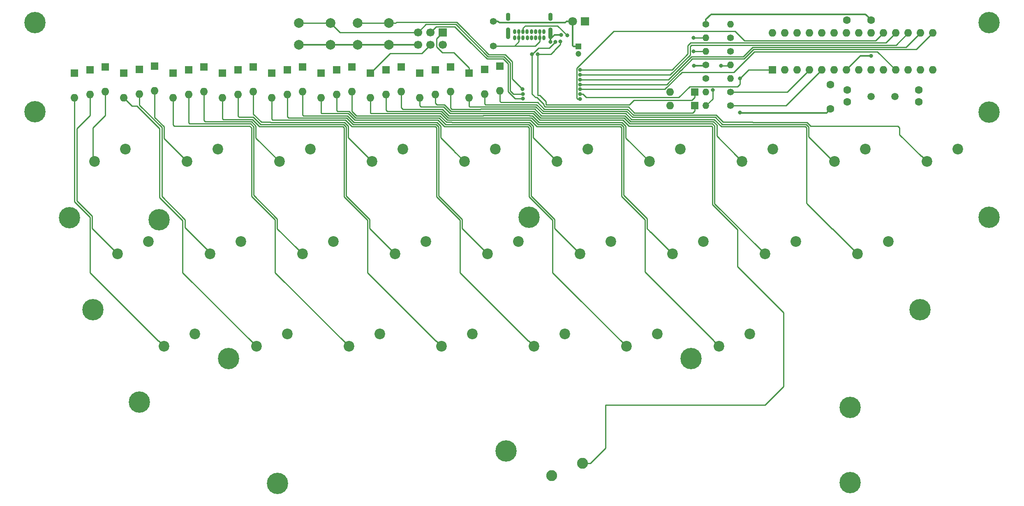
<source format=gtl>
G04 #@! TF.GenerationSoftware,KiCad,Pcbnew,(5.1.5)-3*
G04 #@! TF.CreationDate,2020-11-11T12:05:21-06:00*
G04 #@! TF.ProjectId,masochist,6d61736f-6368-4697-9374-2e6b69636164,rev?*
G04 #@! TF.SameCoordinates,Original*
G04 #@! TF.FileFunction,Copper,L1,Top*
G04 #@! TF.FilePolarity,Positive*
%FSLAX46Y46*%
G04 Gerber Fmt 4.6, Leading zero omitted, Abs format (unit mm)*
G04 Created by KiCad (PCBNEW (5.1.5)-3) date 2020-11-11 12:05:21*
%MOMM*%
%LPD*%
G04 APERTURE LIST*
%ADD10C,4.400000*%
%ADD11C,1.500000*%
%ADD12O,1.600000X1.600000*%
%ADD13R,1.600000X1.600000*%
%ADD14C,2.200000*%
%ADD15C,2.250000*%
%ADD16C,2.000000*%
%ADD17C,1.400000*%
%ADD18O,1.400000X1.400000*%
%ADD19C,1.800000*%
%ADD20R,1.800000X1.800000*%
%ADD21R,1.700000X1.700000*%
%ADD22C,1.700000*%
%ADD23O,0.650000X1.000000*%
%ADD24O,0.900000X2.400000*%
%ADD25O,0.900000X1.700000*%
%ADD26C,1.600000*%
%ADD27R,1.200000X1.200000*%
%ADD28C,1.200000*%
%ADD29C,0.800000*%
%ADD30C,0.250000*%
%ADD31C,0.380000*%
G04 APERTURE END LIST*
D10*
X68834000Y-74930000D03*
X73660000Y-93853000D03*
X83185000Y-112903000D03*
X111633000Y-129667000D03*
X229616000Y-129540000D03*
X229616000Y-114046000D03*
X243967000Y-93853000D03*
X158750000Y-123031250D03*
X61722000Y-53086000D03*
X61722000Y-34671000D03*
X258191000Y-53181250D03*
X258191000Y-34671000D03*
X163449000Y-74803000D03*
X258191000Y-74803000D03*
X196850000Y-103981250D03*
X101600000Y-103981250D03*
X87249000Y-75311000D03*
D11*
X233934000Y-49911000D03*
X238814000Y-49911000D03*
D12*
X213582250Y-36830000D03*
X246602250Y-44450000D03*
X216122250Y-36830000D03*
X244062250Y-44450000D03*
X218662250Y-36830000D03*
X241522250Y-44450000D03*
X221202250Y-36830000D03*
X238982250Y-44450000D03*
X223742250Y-36830000D03*
X236442250Y-44450000D03*
X226282250Y-36830000D03*
X233902250Y-44450000D03*
X228822250Y-36830000D03*
X231362250Y-44450000D03*
X231362250Y-36830000D03*
X228822250Y-44450000D03*
X233902250Y-36830000D03*
X226282250Y-44450000D03*
X236442250Y-36830000D03*
X223742250Y-44450000D03*
X238982250Y-36830000D03*
X221202250Y-44450000D03*
X241522250Y-36830000D03*
X218662250Y-44450000D03*
X244062250Y-36830000D03*
X216122250Y-44450000D03*
X246602250Y-36830000D03*
D13*
X213582250Y-44450000D03*
D14*
X213677500Y-60801250D03*
X207327500Y-63341250D03*
X80327500Y-60801250D03*
X73977500Y-63341250D03*
D15*
X168116250Y-128111250D03*
X174466250Y-125571250D03*
D16*
X128120000Y-39243000D03*
X128120000Y-34743000D03*
X134620000Y-39243000D03*
X134620000Y-34743000D03*
X116055000Y-39243000D03*
X116055000Y-34743000D03*
X122555000Y-39243000D03*
X122555000Y-34743000D03*
D17*
X204978000Y-49022000D03*
D18*
X199898000Y-49022000D03*
X199898000Y-51816000D03*
D17*
X204978000Y-51816000D03*
D18*
X204978000Y-46228000D03*
D17*
X199898000Y-46228000D03*
D18*
X204978000Y-43434000D03*
D17*
X199898000Y-43434000D03*
D18*
X199898000Y-37846000D03*
D17*
X204978000Y-37846000D03*
D18*
X199898000Y-40640000D03*
D17*
X204978000Y-40640000D03*
D18*
X204978000Y-35052000D03*
D17*
X199898000Y-35052000D03*
D19*
X172466000Y-34417000D03*
D20*
X175006000Y-34417000D03*
D14*
X94615000Y-98901250D03*
X88265000Y-101441250D03*
X175577500Y-60801250D03*
X169227500Y-63341250D03*
X113665000Y-98901250D03*
X107315000Y-101441250D03*
X99377500Y-60801250D03*
X93027500Y-63341250D03*
X151765000Y-98901250D03*
X145415000Y-101441250D03*
X194627500Y-60801250D03*
X188277500Y-63341250D03*
X156527500Y-60801250D03*
X150177500Y-63341250D03*
X104140000Y-79851250D03*
X97790000Y-82391250D03*
X137477500Y-60801250D03*
X131127500Y-63341250D03*
X251777500Y-60801250D03*
X245427500Y-63341250D03*
X232727500Y-60801250D03*
X226377500Y-63341250D03*
X189865000Y-98901250D03*
X183515000Y-101441250D03*
X208915000Y-98901250D03*
X202565000Y-101441250D03*
X237490000Y-79851250D03*
X231140000Y-82391250D03*
X218440000Y-79851250D03*
X212090000Y-82391250D03*
X199390000Y-79851250D03*
X193040000Y-82391250D03*
X180340000Y-79851250D03*
X173990000Y-82391250D03*
X161290000Y-79851250D03*
X154940000Y-82391250D03*
X142240000Y-79851250D03*
X135890000Y-82391250D03*
X118427500Y-60801250D03*
X112077500Y-63341250D03*
X123190000Y-79851250D03*
X116840000Y-82391250D03*
X132715000Y-98901250D03*
X126365000Y-101441250D03*
X170815000Y-98901250D03*
X164465000Y-101441250D03*
X85090000Y-79851250D03*
X78740000Y-82391250D03*
D21*
X145669000Y-36703000D03*
D22*
X145669000Y-39243000D03*
X143129000Y-36703000D03*
X143129000Y-39243000D03*
X140589000Y-36703000D03*
X140589000Y-39243000D03*
D23*
X164787500Y-37850000D03*
X166487500Y-37850000D03*
X165637500Y-37850000D03*
X163937500Y-37850000D03*
X163087500Y-37850000D03*
X162237500Y-37850000D03*
X161387500Y-37850000D03*
X160537500Y-37850000D03*
X166487500Y-36525000D03*
X165632500Y-36525000D03*
X164782500Y-36525000D03*
X163932500Y-36525000D03*
X163082500Y-36525000D03*
X162232500Y-36525000D03*
X161382500Y-36525000D03*
X160532500Y-36525000D03*
D24*
X167837500Y-36870000D03*
X159187500Y-36870000D03*
D25*
X167837500Y-33490000D03*
X159187500Y-33490000D03*
D17*
X156083000Y-39507000D03*
X156083000Y-34407000D03*
D12*
X192532000Y-51816000D03*
D13*
X197612000Y-51816000D03*
D12*
X192532000Y-49022000D03*
D13*
X197612000Y-49022000D03*
D12*
X157480000Y-48768000D03*
D13*
X157480000Y-43688000D03*
D12*
X151130000Y-50165000D03*
D13*
X151130000Y-45085000D03*
D12*
X154305000Y-49403000D03*
D13*
X154305000Y-44323000D03*
D12*
X130810000Y-50165000D03*
D13*
X130810000Y-45085000D03*
D12*
X144145000Y-49530000D03*
D13*
X144145000Y-44450000D03*
D12*
X147320000Y-48895000D03*
D13*
X147320000Y-43815000D03*
D12*
X120650000Y-50165000D03*
D13*
X120650000Y-45085000D03*
D12*
X133985000Y-49530000D03*
D13*
X133985000Y-44450000D03*
D12*
X137160000Y-48895000D03*
D13*
X137160000Y-43815000D03*
D12*
X140970000Y-50165000D03*
D13*
X140970000Y-45085000D03*
D12*
X110490000Y-50165000D03*
D13*
X110490000Y-45085000D03*
D12*
X123825000Y-49530000D03*
D13*
X123825000Y-44450000D03*
D12*
X127000000Y-48895000D03*
D13*
X127000000Y-43815000D03*
D12*
X100330000Y-50165000D03*
D13*
X100330000Y-45085000D03*
D12*
X113665000Y-49530000D03*
D13*
X113665000Y-44450000D03*
D12*
X116840000Y-48895000D03*
D13*
X116840000Y-43815000D03*
X90170000Y-45085000D03*
D12*
X90170000Y-50165000D03*
X103505000Y-49530000D03*
D13*
X103505000Y-44450000D03*
D12*
X106680000Y-48895000D03*
D13*
X106680000Y-43815000D03*
D12*
X80010000Y-50165000D03*
D13*
X80010000Y-45085000D03*
X93345000Y-44450000D03*
D12*
X93345000Y-49530000D03*
D13*
X96520000Y-43815000D03*
D12*
X96520000Y-48895000D03*
X69850000Y-50165000D03*
D13*
X69850000Y-45085000D03*
D12*
X83185000Y-49403000D03*
D13*
X83185000Y-44323000D03*
D12*
X86360000Y-48768000D03*
D13*
X86360000Y-43688000D03*
D12*
X73025000Y-49530000D03*
D13*
X73025000Y-44450000D03*
D12*
X76200000Y-48895000D03*
D13*
X76200000Y-43815000D03*
D26*
X228934000Y-34163000D03*
X233934000Y-34163000D03*
X225552000Y-52498000D03*
X225552000Y-47498000D03*
D27*
X173609000Y-39624000D03*
D28*
X173609000Y-41124000D03*
D26*
X243713000Y-48554000D03*
X243713000Y-51054000D03*
X228981000Y-48554000D03*
X228981000Y-51054000D03*
D29*
X206883000Y-53213000D03*
X167844347Y-38645000D03*
X170053000Y-37211000D03*
X233934000Y-41529000D03*
X197395000Y-43561000D03*
X173990000Y-44450000D03*
X173990000Y-45450003D03*
X173990000Y-47450009D03*
X173990000Y-46450006D03*
X169926000Y-38608000D03*
X165227000Y-41239990D03*
X201295000Y-48604000D03*
X203045000Y-43561000D03*
X168910000Y-38645000D03*
X164084000Y-41239990D03*
X197358000Y-40640000D03*
X171323000Y-37338000D03*
X197358000Y-37846000D03*
X162179000Y-50403003D03*
X173990000Y-50450018D03*
X206883000Y-46228000D03*
X162179000Y-49403000D03*
X173990000Y-49450015D03*
X162147153Y-48400587D03*
X173990000Y-48450012D03*
D30*
X231362250Y-44450000D02*
X231394000Y-44450000D01*
D31*
X116055000Y-39243000D02*
X122555000Y-39243000D01*
X123969213Y-39243000D02*
X128120000Y-39243000D01*
X122555000Y-39243000D02*
X123969213Y-39243000D01*
X129534213Y-39243000D02*
X134620000Y-39243000D01*
X128120000Y-39243000D02*
X129534213Y-39243000D01*
X136034213Y-39243000D02*
X140589000Y-39243000D01*
X134620000Y-39243000D02*
X136034213Y-39243000D01*
X225552000Y-52498000D02*
X224752001Y-53297999D01*
X206967999Y-53297999D02*
X206883000Y-53213000D01*
X224752001Y-53297999D02*
X206967999Y-53297999D01*
X168712662Y-37211000D02*
X170053000Y-37211000D01*
X167844347Y-38645000D02*
X167844347Y-38079315D01*
X167844347Y-38079315D02*
X168712662Y-37211000D01*
X171193208Y-34417000D02*
X172466000Y-34417000D01*
X157395959Y-34730010D02*
X170880198Y-34730010D01*
X157072949Y-34407000D02*
X157395959Y-34730010D01*
X170880198Y-34730010D02*
X171193208Y-34417000D01*
X156083000Y-34407000D02*
X157072949Y-34407000D01*
X172629000Y-39624000D02*
X173609000Y-39624000D01*
X172466000Y-39461000D02*
X172629000Y-39624000D01*
X172466000Y-34417000D02*
X172466000Y-39461000D01*
X228822250Y-44450000D02*
X231743250Y-41529000D01*
X231743250Y-41529000D02*
X233934000Y-41529000D01*
X200987052Y-32972999D02*
X232743999Y-32972999D01*
X233134001Y-33363001D02*
X233934000Y-34163000D01*
X199898000Y-34062051D02*
X200987052Y-32972999D01*
X232743999Y-32972999D02*
X233134001Y-33363001D01*
X199898000Y-35052000D02*
X199898000Y-34062051D01*
X199771000Y-43561000D02*
X199898000Y-43434000D01*
X197395000Y-43561000D02*
X199771000Y-43561000D01*
D30*
X73660000Y-56388000D02*
X73660000Y-63023750D01*
X73660000Y-63023750D02*
X73977500Y-63341250D01*
X76200000Y-49530000D02*
X76200000Y-53848000D01*
X76200000Y-53848000D02*
X73660000Y-56388000D01*
X236941249Y-38871001D02*
X238982250Y-36830000D01*
X198999999Y-38871001D02*
X236941249Y-38871001D01*
X198999999Y-38871001D02*
X196850000Y-38871001D01*
X196850000Y-38871001D02*
X196850000Y-38862000D01*
X196182989Y-41160369D02*
X192893358Y-44450000D01*
X192893358Y-44450000D02*
X173990000Y-44450000D01*
X196182989Y-39400601D02*
X196182989Y-41160369D01*
X196850000Y-38871001D02*
X196712588Y-38871002D01*
X196712588Y-38871002D02*
X196182989Y-39400601D01*
X73025000Y-53848000D02*
X73025000Y-50165000D01*
X77640001Y-81291251D02*
X77608251Y-81291251D01*
X78740000Y-82391250D02*
X77640001Y-81291251D01*
X73475010Y-77158010D02*
X73475009Y-74616599D01*
X77608251Y-81291251D02*
X73475010Y-77158010D01*
X73475009Y-74616599D02*
X70300010Y-71441600D01*
X70300010Y-56572990D02*
X73025000Y-53848000D01*
X70300010Y-71441600D02*
X70300010Y-56572990D01*
X151130000Y-44035000D02*
X147989000Y-40894000D01*
X151130000Y-45085000D02*
X151130000Y-44035000D01*
X145580998Y-40894000D02*
X144399000Y-39712002D01*
X147989000Y-40894000D02*
X145580998Y-40894000D01*
X144399000Y-39712002D02*
X144399000Y-37973000D01*
X144399000Y-37973000D02*
X145669000Y-36703000D01*
X199186399Y-39321011D02*
X199214011Y-39321011D01*
X239031239Y-39321011D02*
X241522250Y-36830000D01*
X199186399Y-39321011D02*
X239031239Y-39321011D01*
X199186399Y-39321011D02*
X196898989Y-39321011D01*
X173990000Y-45450003D02*
X192529765Y-45450003D01*
X196632999Y-39587001D02*
X196632999Y-41346769D01*
X196898989Y-39321011D02*
X196632999Y-39587001D01*
X196632999Y-41346769D02*
X192529765Y-45450003D01*
X88276020Y-58589770D02*
X88276020Y-56399020D01*
X86360000Y-54226180D02*
X86360000Y-49403000D01*
X93027500Y-63341250D02*
X88276020Y-58589770D01*
X88276020Y-56399020D02*
X88276018Y-56399018D01*
X88276018Y-56399018D02*
X88276018Y-56142198D01*
X88276018Y-56142198D02*
X86360000Y-54226180D01*
X87826009Y-56328599D02*
X83185000Y-51687590D01*
X98012250Y-82391250D02*
X92583000Y-76962000D01*
X92583000Y-75309590D02*
X87826010Y-70552600D01*
X97790000Y-82391250D02*
X98012250Y-82391250D01*
X92583000Y-76962000D02*
X92583000Y-75309590D01*
X87826010Y-70552600D02*
X87826009Y-56328599D01*
X83185000Y-51687590D02*
X83185000Y-49403000D01*
X69850000Y-71628000D02*
X69850000Y-50165000D01*
X88265000Y-101441250D02*
X87165001Y-100341251D01*
X87133251Y-100341251D02*
X73025000Y-86233000D01*
X73025000Y-74803000D02*
X69850000Y-71628000D01*
X87165001Y-100341251D02*
X87133251Y-100341251D01*
X73025000Y-86233000D02*
X73025000Y-74803000D01*
X141351000Y-41021000D02*
X143129000Y-39243000D01*
X130810000Y-45085000D02*
X134874000Y-41021000D01*
X134874000Y-41021000D02*
X141351000Y-41021000D01*
X207772000Y-42164000D02*
X209714969Y-40221031D01*
X191802579Y-47450009D02*
X194744597Y-44507991D01*
X197104000Y-42164000D02*
X207772000Y-42164000D01*
X173990000Y-47450009D02*
X191802579Y-47450009D01*
X209714969Y-40221031D02*
X243211219Y-40221031D01*
X194760009Y-44507991D02*
X197104000Y-42164000D01*
X243211219Y-40221031D02*
X246602250Y-36830000D01*
X194744597Y-44507991D02*
X194760009Y-44507991D01*
X96520000Y-54864000D02*
X96520000Y-49530000D01*
X107199020Y-58462770D02*
X107199020Y-56015200D01*
X112077500Y-63341250D02*
X107199020Y-58462770D01*
X107199020Y-56015200D02*
X106290800Y-55106980D01*
X106290800Y-55106980D02*
X96762980Y-55106980D01*
X96762980Y-55106980D02*
X96520000Y-54864000D01*
X106104400Y-55556990D02*
X93529990Y-55556990D01*
X106749010Y-70298600D02*
X106749009Y-56201599D01*
X111606760Y-77189760D02*
X111606759Y-75156349D01*
X93345000Y-55372000D02*
X93345000Y-50165000D01*
X116840000Y-82391250D02*
X115740001Y-81291251D01*
X93529990Y-55556990D02*
X93345000Y-55372000D01*
X106749009Y-56201599D02*
X106104400Y-55556990D01*
X111606759Y-75156349D02*
X106749010Y-70298600D01*
X115740001Y-81291251D02*
X115708251Y-81291251D01*
X115708251Y-81291251D02*
X111606760Y-77189760D01*
X92106750Y-86233000D02*
X92106750Y-75469750D01*
X107315000Y-101441250D02*
X92106750Y-86233000D01*
X92106750Y-75469750D02*
X87376000Y-70739000D01*
X87376000Y-70739000D02*
X87376000Y-56515000D01*
X87376000Y-56515000D02*
X82734991Y-51873991D01*
X81718991Y-51873991D02*
X80010000Y-50165000D01*
X82734991Y-51873991D02*
X81718991Y-51873991D01*
X106680000Y-53586950D02*
X106680000Y-49530000D01*
X110223570Y-55229750D02*
X108322800Y-55229750D01*
X125467800Y-55233980D02*
X110227800Y-55233980D01*
X108322800Y-55229750D02*
X106680000Y-53586950D01*
X130027501Y-62209501D02*
X126249020Y-58431020D01*
X110227800Y-55233980D02*
X110223570Y-55229750D01*
X126249020Y-58431020D02*
X126249020Y-56015200D01*
X130027501Y-62241251D02*
X130027501Y-62209501D01*
X131127500Y-63341250D02*
X130027501Y-62241251D01*
X126249020Y-56015200D02*
X125467800Y-55233980D01*
X103505000Y-53975000D02*
X103505000Y-50165000D01*
X106663601Y-54206961D02*
X103736961Y-54206961D01*
X130625009Y-75251599D02*
X125799010Y-70425600D01*
X135890000Y-82391250D02*
X130714750Y-77216000D01*
X130625010Y-77158010D02*
X130625009Y-75251599D01*
X110041400Y-55683990D02*
X110037170Y-55679760D01*
X130683000Y-77216000D02*
X130625010Y-77158010D01*
X130714750Y-77216000D02*
X130683000Y-77216000D01*
X103736961Y-54206961D02*
X103505000Y-53975000D01*
X125799010Y-70425600D02*
X125799009Y-56201599D01*
X125281400Y-55683990D02*
X110041400Y-55683990D01*
X110037170Y-55679760D02*
X108136400Y-55679760D01*
X125799009Y-56201599D02*
X125281400Y-55683990D01*
X108136400Y-55679760D02*
X106663601Y-54206961D01*
X90170000Y-55753000D02*
X90170000Y-50800000D01*
X90424000Y-56007000D02*
X90170000Y-55753000D01*
X105918000Y-56007000D02*
X90424000Y-56007000D01*
X111156750Y-86233000D02*
X111156750Y-75342750D01*
X126365000Y-101441250D02*
X111156750Y-86233000D01*
X111156750Y-75342750D02*
X106299000Y-70485000D01*
X106299000Y-70485000D02*
X106299000Y-56388000D01*
X106299000Y-56388000D02*
X105918000Y-56007000D01*
X116840000Y-53721000D02*
X116840000Y-49530000D01*
X145299020Y-58431020D02*
X145299020Y-56015200D01*
X148082000Y-61214000D02*
X145299020Y-58431020D01*
X117002951Y-53883951D02*
X116840000Y-53721000D01*
X150177500Y-63341250D02*
X148082000Y-61245750D01*
X123884400Y-53883951D02*
X117002951Y-53883951D01*
X145299020Y-56015200D02*
X144517800Y-55233980D01*
X148082000Y-61245750D02*
X148082000Y-61214000D01*
X144517800Y-55233980D02*
X127377028Y-55233980D01*
X127377028Y-55233980D02*
X126026999Y-53883953D01*
X126026999Y-53883953D02*
X123884402Y-53883953D01*
X123884402Y-53883953D02*
X123884400Y-53883951D01*
X113665000Y-54102000D02*
X113665000Y-50165000D01*
X113896961Y-54333961D02*
X113665000Y-54102000D01*
X123698000Y-54333961D02*
X113896961Y-54333961D01*
X125840600Y-54333962D02*
X123698000Y-54333961D01*
X127190630Y-55683990D02*
X125840600Y-54333962D01*
X144331400Y-55683990D02*
X127190630Y-55683990D01*
X149675010Y-77126260D02*
X149675009Y-75251599D01*
X154940000Y-82391250D02*
X149675010Y-77126260D01*
X149675009Y-75251599D02*
X144849010Y-70425600D01*
X144849010Y-70425600D02*
X144849009Y-56201599D01*
X144849009Y-56201599D02*
X144331400Y-55683990D01*
X100330000Y-50800000D02*
X100330000Y-54102000D01*
X100330000Y-54102000D02*
X100330000Y-54483000D01*
X100330000Y-54483000D02*
X100503970Y-54656970D01*
X100503970Y-54656970D02*
X102743000Y-54656970D01*
X102743000Y-54656970D02*
X106477201Y-54656971D01*
X106477201Y-54656971D02*
X106472971Y-54656971D01*
X144315001Y-100341251D02*
X145415000Y-101441250D01*
X144283251Y-100341251D02*
X144315001Y-100341251D01*
X130175000Y-86233000D02*
X144283251Y-100341251D01*
X125349000Y-70612000D02*
X130175000Y-75438000D01*
X130175000Y-75438000D02*
X130175000Y-86233000D01*
X107950000Y-56129770D02*
X109850770Y-56129770D01*
X125349000Y-56388000D02*
X125349000Y-70612000D01*
X125095000Y-56134000D02*
X125349000Y-56388000D01*
X106477201Y-54656971D02*
X107950000Y-56129770D01*
X109850770Y-56129770D02*
X109855000Y-56134000D01*
X109855000Y-56134000D02*
X125095000Y-56134000D01*
X127000000Y-52947724D02*
X127000000Y-49530000D01*
X164349020Y-58431020D02*
X164349020Y-56015200D01*
X164349020Y-56015200D02*
X163567800Y-55233980D01*
X169227500Y-63341250D02*
X168127501Y-62241251D01*
X168127501Y-62241251D02*
X168127501Y-62209501D01*
X147561570Y-55229750D02*
X146422798Y-55229750D01*
X163567800Y-55233980D02*
X147565800Y-55233980D01*
X146422798Y-55229750D02*
X145076996Y-53883951D01*
X168127501Y-62209501D02*
X164349020Y-58431020D01*
X145076996Y-53883951D02*
X127936227Y-53883951D01*
X147565800Y-55233980D02*
X147561570Y-55229750D01*
X127936227Y-53883951D02*
X127000000Y-52947724D01*
X123825000Y-52832000D02*
X123825000Y-50165000D01*
X123976931Y-52983931D02*
X123825000Y-52832000D01*
X126399797Y-52983931D02*
X123976931Y-52983931D01*
X127749827Y-54333961D02*
X126399797Y-52983931D01*
X163899009Y-56201599D02*
X163381400Y-55683990D01*
X146236400Y-55679760D02*
X144890600Y-54333962D01*
X163899010Y-70425600D02*
X163899009Y-56201599D01*
X173990000Y-82391250D02*
X168725010Y-77126260D01*
X163381400Y-55683990D02*
X147379400Y-55683990D01*
X168725009Y-75251599D02*
X163899010Y-70425600D01*
X147379400Y-55683990D02*
X147375170Y-55679760D01*
X168725010Y-77126260D02*
X168725009Y-75251599D01*
X144890600Y-54333962D02*
X144018000Y-54333961D01*
X147375170Y-55679760D02*
X146236400Y-55679760D01*
X144018000Y-54333961D02*
X127749827Y-54333961D01*
X163365001Y-100341251D02*
X164465000Y-101441250D01*
X149225000Y-86233000D02*
X163333251Y-100341251D01*
X110663970Y-54783970D02*
X125654201Y-54783971D01*
X110490000Y-54610000D02*
X110663970Y-54783970D01*
X126873000Y-56007000D02*
X127000000Y-56134000D01*
X163333251Y-100341251D02*
X163365001Y-100341251D01*
X127000000Y-56134000D02*
X144145000Y-56134000D01*
X144145000Y-56134000D02*
X144399000Y-56388000D01*
X110490000Y-50800000D02*
X110490000Y-54610000D01*
X144399000Y-56388000D02*
X144399000Y-70612000D01*
X126873000Y-56002770D02*
X126873000Y-56007000D01*
X144399000Y-70612000D02*
X149225000Y-75438000D01*
X125654201Y-54783971D02*
X126873000Y-56002770D01*
X149225000Y-75438000D02*
X149225000Y-86233000D01*
X184780770Y-56002770D02*
X184785000Y-56007000D01*
X184023000Y-56002770D02*
X184780770Y-56002770D01*
X165663427Y-54783970D02*
X182804201Y-54783971D01*
X163762400Y-53397990D02*
X163798353Y-53433943D01*
X140970000Y-51816000D02*
X141237911Y-52083911D01*
X145822597Y-52083912D02*
X147168395Y-53429710D01*
X164313400Y-53433943D02*
X165663427Y-54783970D01*
X163798353Y-53433943D02*
X164313400Y-53433943D01*
X153864600Y-53397990D02*
X163762400Y-53397990D01*
X140970000Y-50165000D02*
X140970000Y-51816000D01*
X148425710Y-53429710D02*
X148429942Y-53433942D01*
X184785000Y-56007000D02*
X184658000Y-56007000D01*
X182804201Y-54783971D02*
X184023000Y-56002770D01*
X147168395Y-53429710D02*
X148425710Y-53429710D01*
X141237911Y-52083911D02*
X145822597Y-52083912D01*
X148429942Y-53433942D02*
X153828648Y-53433942D01*
X153828648Y-53433942D02*
X153864600Y-53397990D01*
X199517000Y-56007000D02*
X184785000Y-56007000D01*
X201041000Y-56007000D02*
X199517000Y-56007000D01*
X212090000Y-113538000D02*
X215900000Y-109728000D01*
X201225990Y-56191990D02*
X201041000Y-56007000D01*
X179200490Y-122428000D02*
X179200490Y-113538000D01*
X176057240Y-125571250D02*
X179200490Y-122428000D01*
X174466250Y-125571250D02*
X176057240Y-125571250D01*
X215900000Y-94488000D02*
X206375000Y-84963000D01*
X179200490Y-113538000D02*
X212090000Y-113538000D01*
X206375000Y-84963000D02*
X206375000Y-77344410D01*
X215900000Y-109728000D02*
X215900000Y-94488000D01*
X201225990Y-72195400D02*
X201225990Y-56191990D01*
X206375000Y-77344410D02*
X201225990Y-72195400D01*
X192166172Y-46450006D02*
X173990000Y-46450006D01*
X241121229Y-39771021D02*
X209528569Y-39771021D01*
X244062250Y-36830000D02*
X241121229Y-39771021D01*
X207585600Y-41713990D02*
X196902188Y-41713990D01*
X209528569Y-39771021D02*
X207585600Y-41713990D01*
X196902188Y-41713990D02*
X192166172Y-46450006D01*
X188277500Y-63341250D02*
X183399020Y-58462770D01*
X183399020Y-58462770D02*
X183399020Y-56503980D01*
X183399020Y-56503980D02*
X183399020Y-56388000D01*
X137160000Y-52197000D02*
X137160000Y-49530000D01*
X137496921Y-52533921D02*
X137160000Y-52197000D01*
X145636196Y-52533921D02*
X137496921Y-52533921D01*
X146981995Y-53879720D02*
X145636196Y-52533921D01*
X165477029Y-55233980D02*
X164127000Y-53883953D01*
X148120770Y-53879720D02*
X146981995Y-53879720D01*
X182617800Y-55233980D02*
X165477029Y-55233980D01*
X148125002Y-53883952D02*
X148120770Y-53879720D01*
X164127000Y-53883953D02*
X163611953Y-53883953D01*
X183399020Y-56503980D02*
X183399020Y-56015200D01*
X183399020Y-56015200D02*
X182617800Y-55233980D01*
X163576000Y-53848000D02*
X154051000Y-53848000D01*
X163611953Y-53883953D02*
X163576000Y-53848000D01*
X154051000Y-53848000D02*
X154015048Y-53883952D01*
X154015048Y-53883952D02*
X148125002Y-53883952D01*
X134263931Y-52983931D02*
X133985000Y-52705000D01*
X145449796Y-52983931D02*
X134263931Y-52983931D01*
X146795595Y-54329730D02*
X145449796Y-52983931D01*
X147934370Y-54329730D02*
X146795595Y-54329730D01*
X187775009Y-75124599D02*
X182949010Y-70298600D01*
X133985000Y-52705000D02*
X133985000Y-50165000D01*
X188499750Y-77851000D02*
X188468000Y-77851000D01*
X188468000Y-77851000D02*
X187775010Y-77158010D01*
X187775010Y-77158010D02*
X187775009Y-75124599D01*
X147938602Y-54333962D02*
X147934370Y-54329730D01*
X193040000Y-82391250D02*
X188499750Y-77851000D01*
X182431400Y-55683990D02*
X165290630Y-55683990D01*
X182949010Y-70298600D02*
X182949009Y-56201599D01*
X182949009Y-56201599D02*
X182431400Y-55683990D01*
X165290630Y-55683990D02*
X163940600Y-54333962D01*
X163940600Y-54333962D02*
X147938602Y-54333962D01*
X168275000Y-75438000D02*
X168275000Y-86233000D01*
X163449000Y-70612000D02*
X168275000Y-75438000D01*
X127563426Y-54783970D02*
X144704201Y-54783971D01*
X172878750Y-90805000D02*
X183515000Y-101441250D01*
X126213397Y-53433941D02*
X127563426Y-54783970D01*
X147188770Y-56129770D02*
X147193000Y-56134000D01*
X120743941Y-53433941D02*
X126213397Y-53433941D01*
X172847000Y-90805000D02*
X172878750Y-90805000D01*
X120650000Y-50800000D02*
X120650000Y-53340000D01*
X120650000Y-53340000D02*
X120743941Y-53433941D01*
X147193000Y-56134000D02*
X163195000Y-56134000D01*
X144704201Y-54783971D02*
X146050000Y-56129770D01*
X163195000Y-56134000D02*
X163449000Y-56388000D01*
X146050000Y-56129770D02*
X147188770Y-56129770D01*
X168275000Y-86233000D02*
X172847000Y-90805000D01*
X163449000Y-56388000D02*
X163449000Y-70612000D01*
X147541195Y-52529690D02*
X147320000Y-52308495D01*
X153460080Y-52529690D02*
X147541195Y-52529690D01*
X153491800Y-52497970D02*
X153460080Y-52529690D01*
X147320000Y-52308495D02*
X147320000Y-48895000D01*
X164650247Y-52497970D02*
X153491800Y-52497970D01*
X166036230Y-53883953D02*
X164650247Y-52497970D01*
X183177001Y-53883953D02*
X166036230Y-53883953D01*
X207327500Y-63341250D02*
X206227501Y-62241251D01*
X202126010Y-58108010D02*
X202126009Y-55819189D01*
X206227501Y-62241251D02*
X206227501Y-62209501D01*
X201413800Y-55106982D02*
X199390000Y-55106981D01*
X199390000Y-55106981D02*
X185283391Y-55106981D01*
X202126009Y-55819189D02*
X201413800Y-55106982D01*
X184395800Y-55102750D02*
X183177001Y-53883953D01*
X185283391Y-55106981D02*
X185279160Y-55102750D01*
X206227501Y-62209501D02*
X202126010Y-58108010D01*
X185279160Y-55102750D02*
X184395800Y-55102750D01*
X201676000Y-72009000D02*
X210958251Y-81291251D01*
X201227401Y-55556991D02*
X201676000Y-56005590D01*
X185096990Y-55556990D02*
X201227401Y-55556991D01*
X201676000Y-56005590D02*
X201676000Y-72009000D01*
X185092760Y-55552760D02*
X185096990Y-55556990D01*
X146008998Y-51633903D02*
X147354795Y-52979700D01*
X210958251Y-81291251D02*
X210990001Y-81291251D01*
X165849828Y-54333961D02*
X182990602Y-54333962D01*
X147354795Y-52979700D02*
X153646480Y-52979700D01*
X144526000Y-51633902D02*
X146008998Y-51633903D01*
X210990001Y-81291251D02*
X212090000Y-82391250D01*
X144145000Y-51252902D02*
X144526000Y-51633902D01*
X144145000Y-49530000D02*
X144145000Y-51252902D01*
X182990602Y-54333962D02*
X184209400Y-55552760D01*
X153646480Y-52979700D02*
X153678200Y-52947980D01*
X164463847Y-52947980D02*
X165849828Y-54333961D01*
X184209400Y-55552760D02*
X185092760Y-55552760D01*
X153678200Y-52947980D02*
X164463847Y-52947980D01*
X187325000Y-86106000D02*
X201465001Y-100246001D01*
X182499000Y-70485000D02*
X187325000Y-75311000D01*
X182499000Y-56388000D02*
X182499000Y-70485000D01*
X145263396Y-53433941D02*
X146609196Y-54779740D01*
X164799029Y-55828799D02*
X164799029Y-55833029D01*
X201465001Y-100341251D02*
X202565000Y-101441250D01*
X130903941Y-53433941D02*
X145263396Y-53433941D01*
X130810000Y-50800000D02*
X130810000Y-53340000D01*
X146609196Y-54779740D02*
X147747970Y-54779740D01*
X164799029Y-55833029D02*
X165100000Y-56134000D01*
X201465001Y-100246001D02*
X201465001Y-100341251D01*
X130810000Y-53340000D02*
X130903941Y-53433941D01*
X187325000Y-75311000D02*
X187325000Y-86106000D01*
X182245000Y-56134000D02*
X182499000Y-56388000D01*
X147747970Y-54779740D02*
X147752200Y-54783970D01*
X147752200Y-54783970D02*
X163754201Y-54783971D01*
X163754201Y-54783971D02*
X164799029Y-55828799D01*
X165100000Y-56134000D02*
X182245000Y-56134000D01*
X154305000Y-51435000D02*
X154305000Y-49403000D01*
X154467952Y-51597952D02*
X154305000Y-51435000D01*
X165023047Y-51597952D02*
X154467952Y-51597952D01*
X184768598Y-54202730D02*
X183549801Y-52983933D01*
X221049009Y-56201599D02*
X220531400Y-55683990D01*
X226377500Y-63341250D02*
X226155250Y-63341250D01*
X226155250Y-63341250D02*
X221049010Y-58235010D01*
X220531400Y-55683990D02*
X204529400Y-55683990D01*
X204529400Y-55683990D02*
X204525174Y-55679764D01*
X201786599Y-54206964D02*
X197972374Y-54206964D01*
X166409030Y-52983933D02*
X165023047Y-51597952D01*
X221049010Y-58235010D02*
X221049009Y-56201599D01*
X204525174Y-55679764D02*
X203259401Y-55679764D01*
X183549801Y-52983933D02*
X166409030Y-52983933D01*
X203259401Y-55679764D02*
X201786599Y-54206964D01*
X197972374Y-54206964D02*
X197968140Y-54202730D01*
X197968140Y-54202730D02*
X184768598Y-54202730D01*
X231140000Y-82391250D02*
X225933000Y-77184250D01*
X225933000Y-77184250D02*
X225901250Y-77184250D01*
X225901250Y-77184250D02*
X220726000Y-72009000D01*
X220726000Y-72009000D02*
X220599000Y-71882000D01*
X220599000Y-71882000D02*
X220599000Y-56388000D01*
X220599000Y-56388000D02*
X220345000Y-56134000D01*
X220345000Y-56134000D02*
X219329000Y-56134000D01*
X204338773Y-56129773D02*
X204343000Y-56134000D01*
X203073000Y-56129773D02*
X204338773Y-56129773D01*
X201600200Y-54656973D02*
X203073000Y-56129773D01*
X197785971Y-54656971D02*
X201600200Y-54656973D01*
X197781740Y-54652740D02*
X197785971Y-54656971D01*
X151266680Y-52079680D02*
X153273680Y-52079680D01*
X153305400Y-52047960D02*
X164836648Y-52047961D01*
X204343000Y-56134000D02*
X204216000Y-56134000D01*
X164836648Y-52047961D02*
X166222630Y-53433943D01*
X151130000Y-51943000D02*
X151266680Y-52079680D01*
X183363401Y-53433943D02*
X184582198Y-54652740D01*
X151130000Y-50165000D02*
X151130000Y-51943000D01*
X166222630Y-53433943D02*
X183363401Y-53433943D01*
X153273680Y-52079680D02*
X153305400Y-52047960D01*
X219329000Y-56134000D02*
X204343000Y-56134000D01*
X184582198Y-54652740D02*
X197781740Y-54652740D01*
X239776000Y-56388000D02*
X239776000Y-57785000D01*
X220717801Y-55233981D02*
X221499018Y-56015198D01*
X209538980Y-55233980D02*
X220717801Y-55233981D01*
X209534754Y-55229754D02*
X209538980Y-55233980D01*
X165209447Y-51147942D02*
X166595428Y-52533923D01*
X183736202Y-52533924D02*
X184954998Y-53752720D01*
X239403198Y-56015198D02*
X239776000Y-56388000D01*
X157700942Y-51147942D02*
X165209447Y-51147942D01*
X157480000Y-48768000D02*
X157480000Y-50927000D01*
X199929720Y-53752720D02*
X199933954Y-53756954D01*
X221499018Y-56015198D02*
X239403198Y-56015198D01*
X166595428Y-52533923D02*
X183736202Y-52533924D01*
X199933954Y-53756954D02*
X201972999Y-53756954D01*
X244232251Y-62241251D02*
X244327501Y-62241251D01*
X244327501Y-62241251D02*
X245427500Y-63341250D01*
X203445799Y-55229754D02*
X209534754Y-55229754D01*
X239776000Y-57785000D02*
X244232251Y-62241251D01*
X184954998Y-53752720D02*
X199929720Y-53752720D01*
X201972999Y-53756954D02*
X203445799Y-55229754D01*
X157480000Y-50927000D02*
X157700942Y-51147942D01*
X197612000Y-50072000D02*
X197612000Y-49022000D01*
X196993001Y-50690999D02*
X197612000Y-50072000D01*
X185051911Y-50690999D02*
X196993001Y-50690999D01*
X166968230Y-51633905D02*
X184109004Y-51633906D01*
X184109004Y-51633906D02*
X185051911Y-50690999D01*
X169926000Y-39173685D02*
X168713685Y-40386000D01*
X169926000Y-38608000D02*
X169926000Y-39173685D01*
X165227000Y-41239990D02*
X165227000Y-49657000D01*
X168713685Y-40386000D02*
X168713685Y-40455315D01*
X167929010Y-41239990D02*
X165227000Y-41239990D01*
X168713685Y-40455315D02*
X167929010Y-41239990D01*
X166968230Y-51633905D02*
X166968230Y-50963770D01*
X165661460Y-49657000D02*
X165227000Y-49657000D01*
X166968230Y-50963770D02*
X165661460Y-49657000D01*
X199898000Y-51816000D02*
X199898000Y-51689000D01*
X199898000Y-51816000D02*
X201295000Y-50419000D01*
X201295000Y-50419000D02*
X201295000Y-48604000D01*
X204851000Y-43561000D02*
X204978000Y-43434000D01*
X203045000Y-43561000D02*
X204851000Y-43561000D01*
X164483999Y-40839991D02*
X164084000Y-41239990D01*
X165376980Y-39947010D02*
X164483999Y-40839991D01*
X167607990Y-39947010D02*
X165376980Y-39947010D01*
X168910000Y-38645000D02*
X167607990Y-39947010D01*
X164084000Y-41805675D02*
X164084000Y-41239990D01*
X185141398Y-53302710D02*
X183922603Y-52083915D01*
X166781829Y-52083914D02*
X166497000Y-51799085D01*
X197175290Y-53302710D02*
X185141398Y-53302710D01*
X165042010Y-50107010D02*
X164788010Y-50107010D01*
X183922603Y-52083915D02*
X166781829Y-52083914D01*
X166497000Y-51799085D02*
X166497000Y-51562000D01*
X197612000Y-52866000D02*
X197175290Y-53302710D01*
X197612000Y-51816000D02*
X197612000Y-52866000D01*
X166497000Y-51562000D02*
X165042010Y-50107010D01*
X164788010Y-50107010D02*
X164084000Y-49403000D01*
X164084000Y-49403000D02*
X164084000Y-41805675D01*
X157072949Y-39507000D02*
X157082949Y-39497000D01*
X156083000Y-39507000D02*
X157072949Y-39507000D01*
X161387500Y-38600000D02*
X161387500Y-37850000D01*
X160490500Y-39497000D02*
X161387500Y-38600000D01*
X161382500Y-37845000D02*
X161387500Y-37850000D01*
X161382500Y-36525000D02*
X161382500Y-37845000D01*
X165632500Y-37845000D02*
X165637500Y-37850000D01*
X165632500Y-36525000D02*
X165632500Y-37845000D01*
X164740500Y-39497000D02*
X160528000Y-39497000D01*
X165637500Y-38600000D02*
X164740500Y-39497000D01*
X165637500Y-37850000D02*
X165637500Y-38600000D01*
X157082949Y-39497000D02*
X160528000Y-39497000D01*
X160528000Y-39497000D02*
X160490500Y-39497000D01*
X197358000Y-40640000D02*
X199898000Y-40640000D01*
X169329990Y-35344990D02*
X171323000Y-37338000D01*
X162662510Y-35344990D02*
X169329990Y-35344990D01*
X162232500Y-36525000D02*
X162232500Y-35775000D01*
X162232500Y-35775000D02*
X162662510Y-35344990D01*
X197923685Y-37846000D02*
X199898000Y-37846000D01*
X197358000Y-37846000D02*
X197923685Y-37846000D01*
X144304001Y-35527999D02*
X148176999Y-35527999D01*
X143129000Y-36703000D02*
X144304001Y-35527999D01*
X148176999Y-35527999D02*
X151130000Y-38481000D01*
X151130000Y-38481000D02*
X154813000Y-42164000D01*
X158141002Y-42164000D02*
X159131000Y-43153998D01*
X154813000Y-42164000D02*
X158141002Y-42164000D01*
X159131000Y-43153998D02*
X159131000Y-48768000D01*
X160579603Y-50403003D02*
X162179000Y-50403003D01*
X159131000Y-48768000D02*
X159131001Y-48954401D01*
X159131001Y-48954401D02*
X160579603Y-50403003D01*
X173424315Y-50450018D02*
X173990000Y-50450018D01*
X173264999Y-44101999D02*
X173264999Y-50290702D01*
X173264999Y-50290702D02*
X173424315Y-50450018D01*
X234851259Y-38420991D02*
X207838991Y-38420991D01*
X236442250Y-36830000D02*
X234851259Y-38420991D01*
X207838991Y-38420991D02*
X205867000Y-36449000D01*
X205867000Y-36449000D02*
X180917998Y-36449000D01*
X180917998Y-36449000D02*
X173264999Y-44101999D01*
X117469213Y-34743000D02*
X122555000Y-34743000D01*
X116055000Y-34743000D02*
X117469213Y-34743000D01*
X122555000Y-34743000D02*
X124515000Y-36703000D01*
X124515000Y-36703000D02*
X140589000Y-36703000D01*
X208661000Y-44450000D02*
X213582250Y-44450000D01*
X206883000Y-46228000D02*
X208661000Y-44450000D01*
X142214011Y-35077989D02*
X148363399Y-35077989D01*
X140589000Y-36703000D02*
X142214011Y-35077989D01*
X148363399Y-35077989D02*
X148363399Y-35079399D01*
X148363399Y-35077989D02*
X154999400Y-41713990D01*
X158327403Y-41713991D02*
X159581010Y-42967598D01*
X154999400Y-41713990D02*
X158327403Y-41713991D01*
X159581010Y-42967598D02*
X159581010Y-48768000D01*
X159581010Y-48768000D02*
X160216010Y-49403000D01*
X160216010Y-49403000D02*
X162179000Y-49403000D01*
X206375000Y-47879000D02*
X206883000Y-47371000D01*
X206883000Y-47371000D02*
X206883000Y-46228000D01*
X174555685Y-49450015D02*
X175252671Y-50147001D01*
X173990000Y-49450015D02*
X174555685Y-49450015D01*
X196569998Y-47879000D02*
X206375000Y-47879000D01*
X175252671Y-50147001D02*
X194301997Y-50147001D01*
X194301997Y-50147001D02*
X196569998Y-47879000D01*
X216376250Y-51816000D02*
X223742250Y-44450000D01*
X204978000Y-51816000D02*
X216376250Y-51816000D01*
X216630250Y-49022000D02*
X221202250Y-44450000D01*
X204978000Y-49022000D02*
X216630250Y-49022000D01*
X134620000Y-34743000D02*
X128120000Y-34743000D01*
X136149234Y-34627979D02*
X142027611Y-34627979D01*
X134620000Y-34743000D02*
X136034213Y-34743000D01*
X136034213Y-34743000D02*
X136149234Y-34627979D01*
X142027611Y-34627979D02*
X148336000Y-34627979D01*
X148336000Y-34627979D02*
X148549800Y-34627980D01*
X148549800Y-34627980D02*
X150559910Y-36638090D01*
X150559910Y-36638090D02*
X155185801Y-41263981D01*
X155185801Y-41263981D02*
X155702000Y-41263981D01*
X158513804Y-41263982D02*
X160031020Y-42781198D01*
X155702000Y-41263981D02*
X158513804Y-41263982D01*
X160031020Y-42781198D02*
X160031020Y-46284454D01*
X160031020Y-46284454D02*
X162147153Y-48400587D01*
X235203291Y-40671041D02*
X238982250Y-44450000D01*
X173990000Y-48450012D02*
X191438986Y-48450012D01*
X205995410Y-44577000D02*
X209901369Y-40671041D01*
X205613000Y-44958000D02*
X205994000Y-44577000D01*
X209901369Y-40671041D02*
X235203291Y-40671041D01*
X191438986Y-48450012D02*
X194930998Y-44958000D01*
X194930998Y-44958000D02*
X205613000Y-44958000D01*
X205994000Y-44577000D02*
X205995410Y-44577000D01*
M02*

</source>
